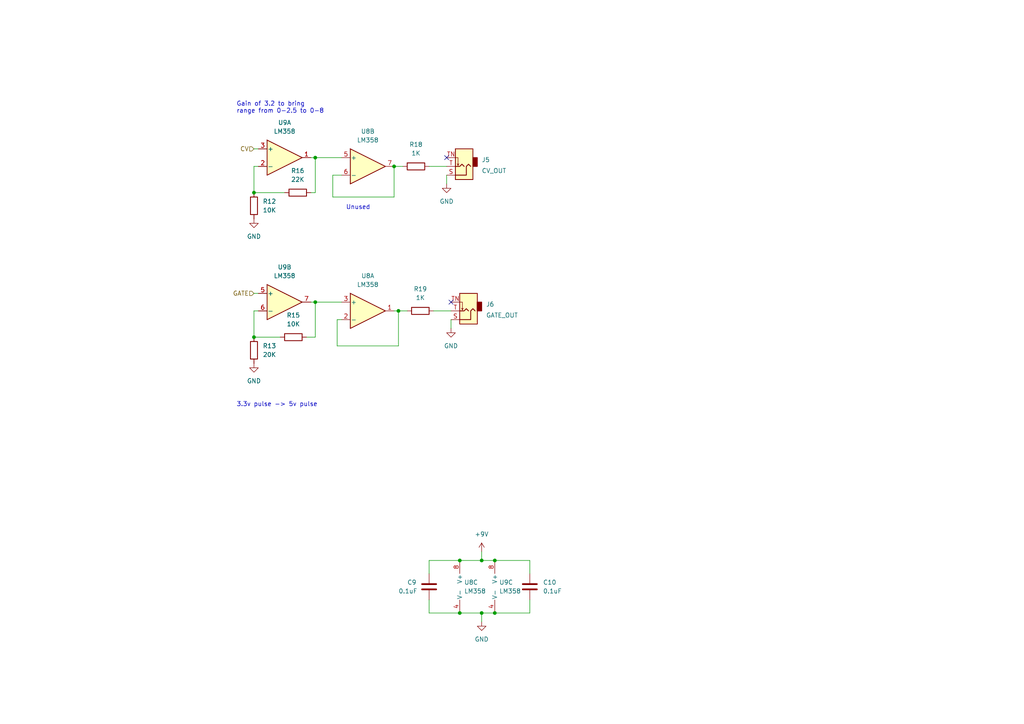
<source format=kicad_sch>
(kicad_sch (version 20211123) (generator eeschema)
  (paper "A4")
  (title_block (title "Input/Output Jacks") (rev "1"))
  (lib_symbols
    (symbol "Amplifier_Operational:LM358" (pin_names (offset 0.127))
      (property "Reference" "U" (at 0 5.08 0))
      (property "Value" "LM358" (at 0 -5.08 0))
      (symbol "LM358_1_1"
        (polyline (pts (xy -5.08 5.08) (xy 5.08 0) (xy -5.08 -5.08) (xy -5.08 5.08)) (stroke (width 0.254)) (fill (type background)))
        (pin output line (at 7.62 0 180) (length 2.54) (name "~") (number "1"))
        (pin input line (at -7.62 -2.54 0) (length 2.54) (name "-") (number "2"))
        (pin input line (at -7.62 2.54 0) (length 2.54) (name "+") (number "3"))
      )
      (symbol "LM358_2_1"
        (polyline (pts (xy -5.08 5.08) (xy 5.08 0) (xy -5.08 -5.08) (xy -5.08 5.08)) (stroke (width 0.254)) (fill (type background)))
        (pin input line (at -7.62 2.54 0) (length 2.54) (name "+") (number "5"))
        (pin input line (at -7.62 -2.54 0) (length 2.54) (name "-") (number "6"))
        (pin output line (at 7.62 0 180) (length 2.54) (name "~") (number "7"))
      )
      (symbol "LM358_3_1"
        (pin power_in line (at -2.54 -7.62 90) (length 3.81) (name "V-") (number "4"))
        (pin power_in line (at -2.54 7.62 270) (length 3.81) (name "V+") (number "8"))
      )
    )
    (symbol "Connector:AudioJack2_SwitchT"
      (property "Reference" "J" (at 0 8.89 0))
      (property "Value" "AudioJack2_SwitchT" (at 0 6.35 0))
      (symbol "AudioJack2_SwitchT_0_1"
        (rectangle (start -2.54 0) (end -3.81 -2.54) (stroke (width 0.254)) (fill (type outline)))
        (polyline (pts (xy 1.778 -0.254) (xy 2.032 -0.762)))
        (polyline (pts (xy 0 0) (xy 0.635 -0.635) (xy 1.27 0) (xy 2.54 0)) (stroke (width 0.254)))
        (polyline (pts (xy 2.54 -2.54) (xy 1.778 -2.54) (xy 1.778 -0.254) (xy 1.524 -0.762)))
        (polyline (pts (xy 2.54 2.54) (xy -0.635 2.54) (xy -0.635 0) (xy -1.27 -0.635) (xy -1.905 0)) (stroke (width 0.254)))
        (rectangle (start 2.54 3.81) (end -2.54 -5.08) (stroke (width 0.254)) (fill (type background)))
      )
      (symbol "AudioJack2_SwitchT_1_1"
        (pin passive line (at 5.08 2.54 180) (length 2.54) (name "~") (number "S"))
        (pin passive line (at 5.08 0 180) (length 2.54) (name "~") (number "T"))
        (pin passive line (at 5.08 -2.54 180) (length 2.54) (name "~") (number "TN"))
      )
    )
    (symbol "Device:C" (pin_numbers hide) (pin_names (offset 0.254))
      (property "Reference" "C" (at 0.635 2.54 0))
      (property "Value" "C" (at 0.635 -2.54 0))
      (symbol "C_0_1"
        (polyline (pts (xy -2.032 -0.762) (xy 2.032 -0.762)) (stroke (width 0.508)))
        (polyline (pts (xy -2.032 0.762) (xy 2.032 0.762)) (stroke (width 0.508)))
      )
      (symbol "C_1_1"
        (pin passive line (at 0 3.81 270) (length 2.794) (name "~") (number "1"))
        (pin passive line (at 0 -3.81 90) (length 2.794) (name "~") (number "2"))
      )
    )
    (symbol "Device:R" (pin_numbers hide) (pin_names (offset 0))
      (property "Reference" "R" (at 2.032 0 90))
      (property "Value" "R" (at 0 0 90))
      (symbol "R_0_1"
        (rectangle (start -1.016 -2.54) (end 1.016 2.54) (stroke (width 0.254)))
      )
      (symbol "R_1_1"
        (pin passive line (at 0 3.81 270) (length 1.27) (name "~") (number "1"))
        (pin passive line (at 0 -3.81 90) (length 1.27) (name "~") (number "2"))
      )
    )
    (symbol "power:+9V" (power) (pin_names (offset 0))
      (property "Value" "+9V" (at 0 3.556 0))
      (symbol "+9V_0_1"
        (polyline (pts (xy -0.762 1.27) (xy 0 2.54)))
        (polyline (pts (xy 0 0) (xy 0 2.54)))
        (polyline (pts (xy 0 2.54) (xy 0.762 1.27)))
      )
      (symbol "+9V_1_1"
        (pin power_in line (at 0 0 90) (length 0) hide (name "+9V") (number "1"))
      )
    )
    (symbol "power:GND" (power) (pin_names (offset 0))
      (property "Value" "GND" (at 0 -3.81 0))
      (symbol "GND_0_1"
        (polyline (pts (xy 0 0) (xy 0 -1.27) (xy 1.27 -1.27) (xy 0 -2.54) (xy -1.27 -1.27) (xy 0 -1.27)))
      )
      (symbol "GND_1_1"
        (pin power_in line (at 0 0 270) (length 0) hide (name "GND") (number "1"))
      )
    )
  )
  (junction (at 73.66 55.88))
  (junction (at 133.35 177.8))
  (junction (at 139.7 162.56))
  (junction (at 139.7 177.8))
  (junction (at 133.35 162.56))
  (junction (at 73.66 97.79))
  (junction (at 114.3 48.26))
  (junction (at 143.51 162.56))
  (junction (at 91.44 45.72))
  (junction (at 115.57 90.17))
  (junction (at 91.44 87.63))
  (junction (at 143.51 177.8))
  (no_connect (at 130.81 87.63))
  (no_connect (at 129.54 45.72))
  (wire (pts (xy 73.66 90.17) (xy 74.93 90.17)))
  (wire (pts (xy 97.79 92.71) (xy 97.79 100.33)))
  (wire (pts (xy 73.66 55.88) (xy 82.55 55.88)))
  (wire (pts (xy 91.44 87.63) (xy 90.17 87.63)))
  (wire (pts (xy 139.7 177.8) (xy 143.51 177.8)))
  (wire (pts (xy 115.57 90.17) (xy 118.11 90.17)))
  (wire (pts (xy 114.3 90.17) (xy 115.57 90.17)))
  (wire (pts (xy 97.79 100.33) (xy 115.57 100.33)))
  (wire (pts (xy 129.54 50.8) (xy 129.54 53.34)))
  (wire (pts (xy 73.66 48.26) (xy 73.66 55.88)))
  (wire (pts (xy 91.44 97.79) (xy 88.9 97.79)))
  (wire (pts (xy 153.67 162.56) (xy 153.67 166.37)))
  (wire (pts (xy 99.06 50.8) (xy 96.52 50.8)))
  (wire (pts (xy 124.46 173.99) (xy 124.46 177.8)))
  (wire (pts (xy 124.46 48.26) (xy 129.54 48.26)))
  (wire (pts (xy 125.73 90.17) (xy 130.81 90.17)))
  (wire (pts (xy 73.66 90.17) (xy 73.66 97.79)))
  (wire (pts (xy 91.44 87.63) (xy 91.44 97.79)))
  (wire (pts (xy 73.66 97.79) (xy 81.28 97.79)))
  (wire (pts (xy 139.7 162.56) (xy 143.51 162.56)))
  (wire (pts (xy 114.3 48.26) (xy 116.84 48.26)))
  (wire (pts (xy 124.46 166.37) (xy 124.46 162.56)))
  (wire (pts (xy 139.7 160.02) (xy 139.7 162.56)))
  (wire (pts (xy 143.51 162.56) (xy 153.67 162.56)))
  (wire (pts (xy 90.17 45.72) (xy 91.44 45.72)))
  (wire (pts (xy 139.7 177.8) (xy 139.7 180.34)))
  (wire (pts (xy 91.44 87.63) (xy 99.06 87.63)))
  (wire (pts (xy 124.46 177.8) (xy 133.35 177.8)))
  (wire (pts (xy 133.35 162.56) (xy 139.7 162.56)))
  (wire (pts (xy 96.52 50.8) (xy 96.52 57.15)))
  (wire (pts (xy 153.67 177.8) (xy 143.51 177.8)))
  (wire (pts (xy 153.67 173.99) (xy 153.67 177.8)))
  (wire (pts (xy 96.52 57.15) (xy 114.3 57.15)))
  (wire (pts (xy 73.66 85.09) (xy 74.93 85.09)))
  (wire (pts (xy 124.46 162.56) (xy 133.35 162.56)))
  (wire (pts (xy 133.35 177.8) (xy 139.7 177.8)))
  (wire (pts (xy 73.66 43.18) (xy 74.93 43.18)))
  (wire (pts (xy 97.79 92.71) (xy 99.06 92.71)))
  (wire (pts (xy 73.66 48.26) (xy 74.93 48.26)))
  (wire (pts (xy 114.3 57.15) (xy 114.3 48.26)))
  (wire (pts (xy 91.44 55.88) (xy 90.17 55.88)))
  (wire (pts (xy 130.81 92.71) (xy 130.81 95.25)))
  (wire (pts (xy 91.44 45.72) (xy 91.44 55.88)))
  (wire (pts (xy 115.57 90.17) (xy 115.57 100.33)))
  (wire (pts (xy 91.44 45.72) (xy 99.06 45.72)))
  (text "3.3v pulse -> 5v pulse" (at 68.58 118.11 0) (effects (font (size 1.27 1.27)) (justify left bottom)))
  (text "Unused" (at 100.33 60.96 0) (effects (font (size 1.27 1.27)) (justify left bottom)))
  (text "Gain of 3.2 to bring \nrange from 0-2.5 to 0-8 " (at 68.58 33.02 0) (effects (font (size 1.27 1.27)) (justify left bottom)))
  (hierarchical_label "GATE" (shape input) (at 73.66 85.09 180))
  (hierarchical_label "CV" (shape input) (at 73.66 43.18 180))
  (symbol (lib_id "power:GND") (at 139.7 180.34 0) (unit 1)
    (property "Reference" "#PWR053" (effects hide))
    (property "Value" "GND" (at 139.7 185.42 0))
  )
  (symbol (lib_id "Device:C") (at 124.46 170.18 0) (unit 1)
    (property "Reference" "C9" (at 118.11 168.91 0) (effects (justify left)))
    (property "Value" "0.1uF" (at 115.57 171.45 0) (effects (justify left)))
    (property "Footprint" "AEC_Capacitors:C_Disc_D5.0mm_W2.5mm_P3.0mm" (effects hide))
    (property "Supplier" "Tayda" (effects hide))
    (property "Manufacturer" "AEC" (effects hide))
    (property "Manufacturer Part No." "0.1uF 50V Ceramic Disc Capacitor" (effects hide))
    (property "Supplier Part No." "A-4008" (effects hide))
    (property "Notes" "Ceramic" (effects hide))
  )
  (symbol (lib_id "power:+9V") (at 139.7 160.02 0) (unit 1)
    (property "Reference" "#PWR052" (effects hide))
    (property "Value" "+9V" (at 139.7 154.94 0))
  )
  (symbol (lib_id "Connector:AudioJack2_SwitchT") (at 135.89 90.17 180) (unit 1)
    (property "Reference" "J6" (at 140.97 88.2649 0) (effects (justify right)))
    (property "Value" "GATE_OUT" (at 140.97 91.44 0) (effects (justify right)))
    (property "Footprint" "AudioJacks:Jack_3.5mm_QingPu_WQP-PJ398SM_Vertical" (effects hide))
    (property "Supplier" "Tayda" (effects hide))
    (property "Manufacturer" "Tayda" (effects hide))
    (property "Manufacturer Part No." "PJ-629HAN-05" (effects hide))
    (property "Supplier Part No." "A-6040" (effects hide))
  )
  (symbol (lib_id "Device:R") (at 121.92 90.17 90) (unit 1)
    (property "Reference" "R19" (at 121.92 83.82 90))
    (property "Value" "1K" (at 121.92 86.36 90))
    (property "Footprint" "Royal_Ohm_Resistors:R_Axial_DIN0207_L6.8mm_D2.5mm_P10.16mm_Horizontal" (effects hide))
    (property "Supplier" "Tayda" (effects hide))
    (property "Manufacturer" "Royal Ohm" (effects hide))
    (property "Supplier Part No." "A-2200" (effects hide))
    (property "Manufacturer Part No." "MF0W4FF1001A50" (effects hide))
  )
  (symbol (lib_id "Amplifier_Operational:LM358") (at 106.68 48.26 0) (unit 2)
    (property "Reference" "U8" (at 106.68 38.1 0))
    (property "Value" "LM358" (at 106.68 40.64 0))
    (property "Footprint" "Package_DIP:DIP-8_W7.62mm_Socket" (effects hide))
    (property "Datasheet" "http://www.ti.com/lit/ds/symlink/lm2904-n.pdf" (effects hide))
    (property "Supplier" "Tayda" (effects hide))
    (property "Manufacturer" "VARIOUS" (effects hide))
    (property "Manufacturer Part No." "LM358P" (effects hide))
    (property "Supplier Part No." "A-045" (effects hide))
  )
  (symbol (lib_id "Connector:AudioJack2_SwitchT") (at 134.62 48.26 180) (unit 1)
    (property "Reference" "J5" (at 139.7 46.3549 0) (effects (justify right)))
    (property "Value" "CV_OUT" (at 139.7 49.53 0) (effects (justify right)))
    (property "Footprint" "AudioJacks:Jack_3.5mm_QingPu_WQP-PJ398SM_Vertical" (effects hide))
    (property "Supplier" "Tayda" (effects hide))
    (property "Manufacturer" "Tayda" (effects hide))
    (property "Manufacturer Part No." "PJ-629HAN-05" (effects hide))
    (property "Supplier Part No." "A-6040" (effects hide))
  )
  (symbol (lib_id "Device:C") (at 153.67 170.18 0) (unit 1)
    (property "Reference" "C10" (at 157.48 168.9099 0) (effects (justify left)))
    (property "Value" "0.1uF" (at 157.48 171.4499 0) (effects (justify left)))
    (property "Footprint" "AEC_Capacitors:C_Disc_D5.0mm_W2.5mm_P3.0mm" (effects hide))
    (property "Supplier" "Tayda" (effects hide))
    (property "Manufacturer" "AEC" (effects hide))
    (property "Manufacturer Part No." "0.1uF 50V Ceramic Disc Capacitor" (effects hide))
    (property "Supplier Part No." "A-4008" (effects hide))
    (property "Notes" "Ceramic" (effects hide))
  )
  (symbol (lib_id "Device:R") (at 85.09 97.79 90) (unit 1)
    (property "Reference" "R15" (at 85.09 91.44 90))
    (property "Value" "10K" (at 85.09 93.98 90))
    (property "Footprint" "Royal_Ohm_Resistors:R_Axial_DIN0207_L6.8mm_D2.5mm_P10.16mm_Horizontal" (effects hide))
    (property "Supplier" "Tayda" (effects hide))
    (property "Manufacturer" "Royal Ohm" (effects hide))
    (property "Manufacturer Part No." "MF0W4FF1002A50" (effects hide))
    (property "Supplier Part No." "A-2203" (effects hide))
  )
  (symbol (lib_id "Device:R") (at 86.36 55.88 90) (unit 1)
    (property "Reference" "R16" (at 86.36 49.53 90))
    (property "Value" "22K" (at 86.36 52.07 90))
    (property "Footprint" "Royal_Ohm_Resistors:R_Axial_DIN0207_L6.8mm_D2.5mm_P10.16mm_Horizontal" (effects hide))
    (property "Supplier" "Tayda" (effects hide))
    (property "Manufacturer" "Royal Ohm" (effects hide))
    (property "Manufacturer Part No." "MF0W4FF2202A50" (effects hide))
    (property "Supplier Part No." "A-2284" (effects hide))
  )
  (symbol (lib_id "power:GND") (at 73.66 105.41 0) (unit 1)
    (property "Reference" "#PWR055" (effects hide))
    (property "Value" "GND" (at 73.66 110.49 0))
  )
  (symbol (lib_id "Amplifier_Operational:LM358") (at 146.05 170.18 0) (unit 3)
    (property "Reference" "U9" (at 144.78 168.9099 0) (effects (justify left)))
    (property "Value" "LM358" (at 144.78 171.4499 0) (effects (justify left)))
    (property "Footprint" "Package_DIP:DIP-8_W7.62mm_Socket" (effects hide))
    (property "Datasheet" "http://www.ti.com/lit/ds/symlink/lm2904-n.pdf" (effects hide))
    (property "Supplier" "Tayda" (effects hide))
    (property "Manufacturer" "VARIOUS" (effects hide))
    (property "Manufacturer Part No." "LM358P" (effects hide))
    (property "Supplier Part No." "A-045" (effects hide))
  )
  (symbol (lib_id "Device:R") (at 73.66 59.69 0) (unit 1)
    (property "Reference" "R12" (at 76.2 58.4199 0) (effects (justify left)))
    (property "Value" "10K" (at 76.2 60.9599 0) (effects (justify left)))
    (property "Footprint" "Royal_Ohm_Resistors:R_Axial_DIN0207_L6.8mm_D2.5mm_P10.16mm_Horizontal" (effects hide))
    (property "Supplier" "Tayda" (effects hide))
    (property "Manufacturer" "Royal Ohm" (effects hide))
    (property "Manufacturer Part No." "MF0W4FF1002A50" (effects hide))
    (property "Supplier Part No." "A-2203" (effects hide))
  )
  (symbol (lib_id "Amplifier_Operational:LM358") (at 135.89 170.18 0) (unit 3)
    (property "Reference" "U8" (at 134.62 168.9099 0) (effects (justify left)))
    (property "Value" "LM358" (at 134.62 171.4499 0) (effects (justify left)))
    (property "Footprint" "Package_DIP:DIP-8_W7.62mm_Socket" (effects hide))
    (property "Datasheet" "http://www.ti.com/lit/ds/symlink/lm2904-n.pdf" (effects hide))
    (property "Supplier" "Tayda" (effects hide))
    (property "Manufacturer" "VARIOUS" (effects hide))
    (property "Manufacturer Part No." "LM358P" (effects hide))
    (property "Supplier Part No." "A-045" (effects hide))
  )
  (symbol (lib_id "power:GND") (at 129.54 53.34 0) (unit 1)
    (property "Reference" "#PWR058" (effects hide))
    (property "Value" "GND" (at 129.54 58.42 0))
  )
  (symbol (lib_id "Device:R") (at 120.65 48.26 90) (unit 1)
    (property "Reference" "R18" (at 120.65 41.91 90))
    (property "Value" "1K" (at 120.65 44.45 90))
    (property "Footprint" "Royal_Ohm_Resistors:R_Axial_DIN0207_L6.8mm_D2.5mm_P10.16mm_Horizontal" (effects hide))
    (property "Supplier" "Tayda" (effects hide))
    (property "Manufacturer" "Royal Ohm" (effects hide))
    (property "Supplier Part No." "A-2200" (effects hide))
    (property "Manufacturer Part No." "MF0W4FF1001A50" (effects hide))
  )
  (symbol (lib_id "Amplifier_Operational:LM358") (at 82.55 87.63 0) (unit 2)
    (property "Reference" "U9" (at 82.55 77.47 0))
    (property "Value" "LM358" (at 82.55 80.01 0))
    (property "Footprint" "Package_DIP:DIP-8_W7.62mm_Socket" (effects hide))
    (property "Datasheet" "http://www.ti.com/lit/ds/symlink/lm2904-n.pdf" (effects hide))
    (property "Supplier" "Tayda" (effects hide))
    (property "Manufacturer" "VARIOUS" (effects hide))
    (property "Manufacturer Part No." "LM358P" (effects hide))
    (property "Supplier Part No." "A-045" (effects hide))
  )
  (symbol (lib_id "Amplifier_Operational:LM358") (at 106.68 90.17 0) (unit 1)
    (property "Reference" "U8" (at 106.68 80.01 0))
    (property "Value" "LM358" (at 106.68 82.55 0))
    (property "Footprint" "Package_DIP:DIP-8_W7.62mm_Socket" (effects hide))
    (property "Datasheet" "http://www.ti.com/lit/ds/symlink/lm2904-n.pdf" (effects hide))
    (property "Supplier" "Tayda" (effects hide))
    (property "Manufacturer" "VARIOUS" (effects hide))
    (property "Manufacturer Part No." "LM358P" (effects hide))
    (property "Supplier Part No." "A-045" (effects hide))
  )
  (symbol (lib_id "Device:R") (at 73.66 101.6 0) (unit 1)
    (property "Reference" "R13" (at 76.2 100.3299 0) (effects (justify left)))
    (property "Value" "20K" (at 76.2 102.8699 0) (effects (justify left)))
    (property "Footprint" "Royal_Ohm_Resistors:R_Axial_DIN0207_L6.8mm_D2.5mm_P10.16mm_Horizontal" (effects hide))
    (property "Supplier" "Tayda" (effects hide))
    (property "Manufacturer" "Royal Ohm" (effects hide))
    (property "Manufacturer Part No." "MF0W4FF2002A50" (effects hide))
    (property "Supplier Part No." "A-2339" (effects hide))
  )
  (symbol (lib_id "power:GND") (at 73.66 63.5 0) (unit 1)
    (property "Reference" "#PWR054" (effects hide))
    (property "Value" "GND" (at 73.66 68.58 0))
  )
  (symbol (lib_id "power:GND") (at 130.81 95.25 0) (unit 1)
    (property "Reference" "#PWR059" (effects hide))
    (property "Value" "GND" (at 130.81 100.33 0))
  )
  (symbol (lib_id "Amplifier_Operational:LM358") (at 82.55 45.72 0) (unit 1)
    (property "Reference" "U9" (at 82.55 35.56 0))
    (property "Value" "LM358" (at 82.55 38.1 0))
    (property "Footprint" "Package_DIP:DIP-8_W7.62mm_Socket" (effects hide))
    (property "Datasheet" "http://www.ti.com/lit/ds/symlink/lm2904-n.pdf" (effects hide))
    (property "Supplier" "Tayda" (effects hide))
    (property "Manufacturer" "VARIOUS" (effects hide))
    (property "Manufacturer Part No." "LM358P" (effects hide))
    (property "Supplier Part No." "A-045" (effects hide))
  )
)
</source>
